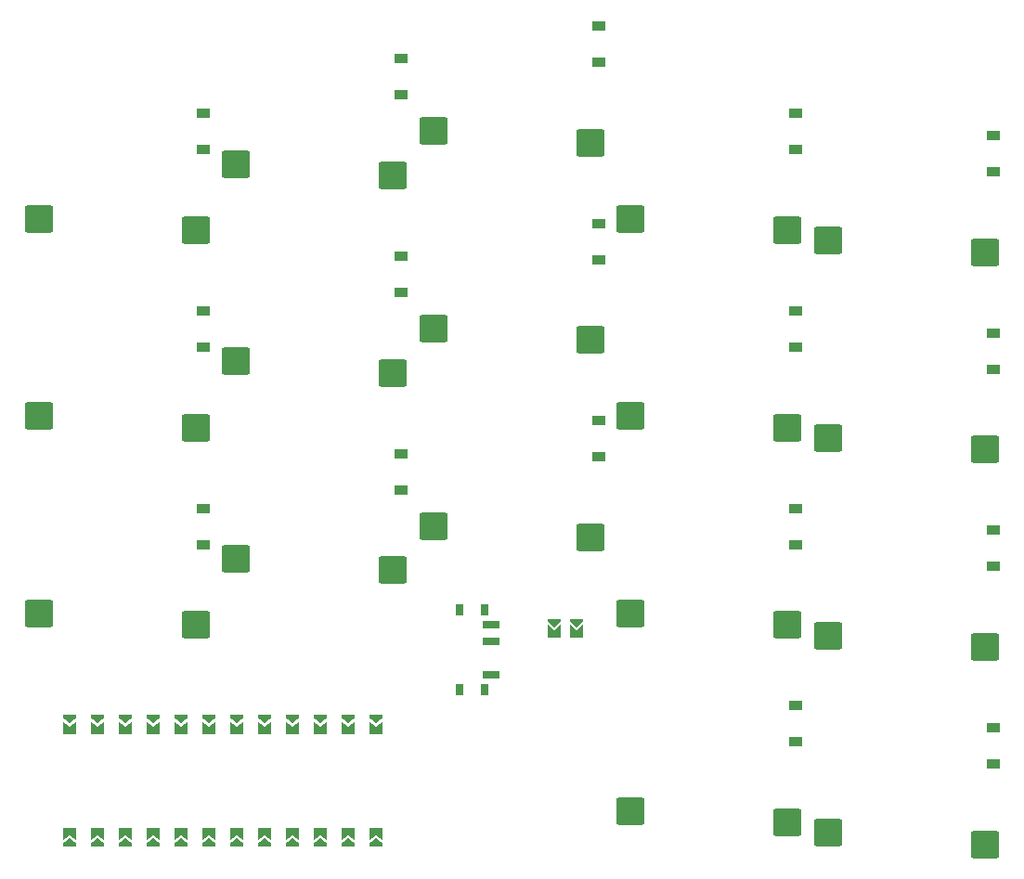
<source format=gbr>
%TF.GenerationSoftware,KiCad,Pcbnew,8.0.4*%
%TF.CreationDate,2024-08-16T17:58:32+08:00*%
%TF.ProjectId,board,626f6172-642e-46b6-9963-61645f706362,v1.0.0*%
%TF.SameCoordinates,Original*%
%TF.FileFunction,Paste,Bot*%
%TF.FilePolarity,Positive*%
%FSLAX46Y46*%
G04 Gerber Fmt 4.6, Leading zero omitted, Abs format (unit mm)*
G04 Created by KiCad (PCBNEW 8.0.4) date 2024-08-16 17:58:32*
%MOMM*%
%LPD*%
G01*
G04 APERTURE LIST*
G04 Aperture macros list*
%AMRoundRect*
0 Rectangle with rounded corners*
0 $1 Rounding radius*
0 $2 $3 $4 $5 $6 $7 $8 $9 X,Y pos of 4 corners*
0 Add a 4 corners polygon primitive as box body*
4,1,4,$2,$3,$4,$5,$6,$7,$8,$9,$2,$3,0*
0 Add four circle primitives for the rounded corners*
1,1,$1+$1,$2,$3*
1,1,$1+$1,$4,$5*
1,1,$1+$1,$6,$7*
1,1,$1+$1,$8,$9*
0 Add four rect primitives between the rounded corners*
20,1,$1+$1,$2,$3,$4,$5,0*
20,1,$1+$1,$4,$5,$6,$7,0*
20,1,$1+$1,$6,$7,$8,$9,0*
20,1,$1+$1,$8,$9,$2,$3,0*%
%AMFreePoly0*
4,1,6,0.250000,0.000000,-0.250000,-0.625000,-0.500000,-0.625000,-0.500000,0.625000,-0.250000,0.625000,0.250000,0.000000,0.250000,0.000000,$1*%
%AMFreePoly1*
4,1,6,0.500000,-0.625000,-0.650000,-0.625000,-0.150000,0.000000,-0.650000,0.625000,0.500000,0.625000,0.500000,-0.625000,0.500000,-0.625000,$1*%
%AMFreePoly2*
4,1,6,0.600000,-1.000000,0.000000,-0.400000,-0.600000,-1.000000,-0.600000,0.250000,0.600000,0.250000,0.600000,-1.000000,0.600000,-1.000000,$1*%
%AMFreePoly3*
4,1,6,0.600000,-0.200000,0.600000,-0.400000,-0.600000,-0.400000,-0.600000,-0.200000,0.000000,0.400000,0.600000,-0.200000,0.600000,-0.200000,$1*%
G04 Aperture macros list end*
%ADD10R,0.800000X1.000000*%
%ADD11R,1.500000X0.700000*%
%ADD12FreePoly0,270.000000*%
%ADD13FreePoly0,90.000000*%
%ADD14FreePoly1,90.000000*%
%ADD15FreePoly1,270.000000*%
%ADD16FreePoly2,180.000000*%
%ADD17FreePoly3,180.000000*%
%ADD18R,1.200000X0.900000*%
%ADD19RoundRect,0.250000X-1.050000X-1.000000X1.050000X-1.000000X1.050000X1.000000X-1.050000X1.000000X0*%
G04 APERTURE END LIST*
D10*
%TO.C,PWR1*%
X207585000Y-168650000D03*
X207585000Y-161350000D03*
X205375000Y-168650000D03*
X205375000Y-161350000D03*
D11*
X208235000Y-167250000D03*
X208235000Y-164250000D03*
X208235000Y-162750000D03*
%TD*%
D12*
%TO.C,MCU1*%
X169800000Y-171450000D03*
X172340000Y-171450000D03*
X174880000Y-171450000D03*
X177420000Y-171450000D03*
X179960000Y-171450000D03*
X182500000Y-171450000D03*
X185040000Y-171450000D03*
X187580000Y-171450000D03*
X190120000Y-171450000D03*
X192660000Y-171450000D03*
X195200000Y-171450000D03*
X197740000Y-171450000D03*
D13*
X197740000Y-182450000D03*
X195200000Y-182450000D03*
X192660000Y-182450000D03*
X190120000Y-182450000D03*
X187580000Y-182450000D03*
X185040000Y-182450000D03*
X182500000Y-182450000D03*
X179960000Y-182450000D03*
X177420000Y-182450000D03*
X174880000Y-182450000D03*
X172340000Y-182450000D03*
X169800000Y-182450000D03*
D14*
X169800000Y-181725000D03*
X172340000Y-181725000D03*
X174880000Y-181725000D03*
X177420000Y-181725000D03*
X179960000Y-181725000D03*
X182500000Y-181725000D03*
X185040000Y-181725000D03*
X187580000Y-181725000D03*
X190120000Y-181725000D03*
X192660000Y-181725000D03*
X195200000Y-181725000D03*
X197740000Y-181725000D03*
D15*
X197740000Y-172175000D03*
X195200000Y-172175000D03*
X192660000Y-172175000D03*
X190120000Y-172175000D03*
X187580000Y-172175000D03*
X185040000Y-172175000D03*
X182500000Y-172175000D03*
X179960000Y-172175000D03*
X177420000Y-172175000D03*
X174880000Y-172175000D03*
X172340000Y-172175000D03*
X169800000Y-172175000D03*
%TD*%
D16*
%TO.C,JST1*%
X216000000Y-163666000D03*
X214000000Y-163666000D03*
D17*
X214000000Y-162650000D03*
X216000000Y-162650000D03*
%TD*%
D18*
%TO.C,D8*%
X218000000Y-129400000D03*
X218000000Y-126100000D03*
%TD*%
%TO.C,D13*%
X236000000Y-119400000D03*
X236000000Y-116100000D03*
%TD*%
D19*
%TO.C,S12*%
X220950000Y-143700000D03*
X235250000Y-144750000D03*
%TD*%
%TO.C,S14*%
X238950000Y-181700000D03*
X253250000Y-182750000D03*
%TD*%
%TO.C,S15*%
X238950000Y-163700000D03*
X253250000Y-164750000D03*
%TD*%
D18*
%TO.C,D16*%
X254000000Y-139400000D03*
X254000000Y-136100000D03*
%TD*%
D19*
%TO.C,S8*%
X202950000Y-135700000D03*
X217250000Y-136750000D03*
%TD*%
%TO.C,S17*%
X238950000Y-127700000D03*
X253250000Y-128750000D03*
%TD*%
D18*
%TO.C,D11*%
X236000000Y-155400000D03*
X236000000Y-152100000D03*
%TD*%
D19*
%TO.C,S5*%
X184950000Y-138700000D03*
X199250000Y-139750000D03*
%TD*%
%TO.C,S9*%
X202950000Y-117700000D03*
X217250000Y-118750000D03*
%TD*%
D18*
%TO.C,D12*%
X236000000Y-137400000D03*
X236000000Y-134100000D03*
%TD*%
%TO.C,D2*%
X182000000Y-137400000D03*
X182000000Y-134100000D03*
%TD*%
%TO.C,D7*%
X218000000Y-147400000D03*
X218000000Y-144100000D03*
%TD*%
D19*
%TO.C,S3*%
X166950000Y-125700000D03*
X181250000Y-126750000D03*
%TD*%
D18*
%TO.C,D17*%
X254000000Y-121400000D03*
X254000000Y-118100000D03*
%TD*%
%TO.C,D4*%
X200000000Y-150400000D03*
X200000000Y-147100000D03*
%TD*%
%TO.C,D1*%
X182000000Y-155400000D03*
X182000000Y-152100000D03*
%TD*%
%TO.C,D9*%
X218000000Y-111400000D03*
X218000000Y-108100000D03*
%TD*%
D19*
%TO.C,S2*%
X166950000Y-143700000D03*
X181250000Y-144750000D03*
%TD*%
D18*
%TO.C,D3*%
X182000000Y-119400000D03*
X182000000Y-116100000D03*
%TD*%
%TO.C,D6*%
X200000000Y-114400000D03*
X200000000Y-111100000D03*
%TD*%
D19*
%TO.C,S13*%
X220950000Y-125700000D03*
X235250000Y-126750000D03*
%TD*%
D18*
%TO.C,D10*%
X236000000Y-173400000D03*
X236000000Y-170100000D03*
%TD*%
D19*
%TO.C,S10*%
X220950000Y-179700000D03*
X235250000Y-180750000D03*
%TD*%
%TO.C,S11*%
X220950000Y-161700000D03*
X235250000Y-162750000D03*
%TD*%
%TO.C,S16*%
X238950000Y-145700000D03*
X253250000Y-146750000D03*
%TD*%
%TO.C,S4*%
X184950000Y-156700000D03*
X199250000Y-157750000D03*
%TD*%
D18*
%TO.C,D14*%
X254000000Y-175400000D03*
X254000000Y-172100000D03*
%TD*%
D19*
%TO.C,S7*%
X202950000Y-153700000D03*
X217250000Y-154750000D03*
%TD*%
D18*
%TO.C,D15*%
X254000000Y-157400000D03*
X254000000Y-154100000D03*
%TD*%
D19*
%TO.C,S6*%
X184950000Y-120700000D03*
X199250000Y-121750000D03*
%TD*%
D18*
%TO.C,D5*%
X200000000Y-132400000D03*
X200000000Y-129100000D03*
%TD*%
D19*
%TO.C,S1*%
X166950000Y-161700000D03*
X181250000Y-162750000D03*
%TD*%
M02*

</source>
